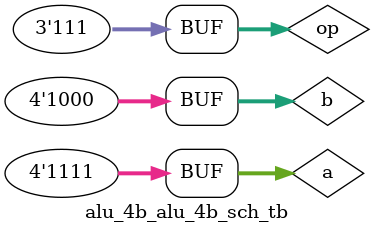
<source format=v>

`timescale 1ns / 1ps

module alu_4b_alu_4b_sch_tb();

// Inputs
   reg [3:0] a;
   reg [3:0] b;
   reg [2:0] op;

// Output
   wire [3:0] r;

// Bidirs

// Instantiate the UUT
   alu_4b UUT (
		.r(r), 
		.a(a), 
		.b(b), 
		.op(op)
   );
// Initialize Inputs
   initial begin
		a = 64'b0000;
		b = 64'b0000;
		op = 64'b000;
		
		#100
		
		//test and//////////
		
		//and 1
		#1
		if(r == 64'b0000)
			$display("pass and 1");
		else
			$display("FAIL and 1");
		
		
		//and 2
		a = 64'b0101;
		b = 64'b1010;
		
		#1
		if(r == 64'b0000)
			$display("pass and 2");
		else
			$display("FAIL and 2");
		
		
		//and 3
		a = 64'b1100;
		b = 64'b1100;
		
		#1
		if(r == 64'b1100)
			$display("pass and 3");
		else
			$display("FAIL and 3");
		
		
		//and 4
		a = 64'b1110;
		b = 64'b1101;
		
		#1
		if(r == 64'b1100)
			$display("pass and 4");
		else
			$display("FAIL and 4");
		
		
		//test or//////////
		a = 64'b0000;
		b = 64'b0000;
		op = 64'b001;
		
		//or 1
		#1
		if(r == 64'b0000)
			$display("pass or 1");
		else
			$display("FAIL or 1");
		
		
		//or 2
		a = 64'b1111;
		
		#1
		if(r == 64'b1111)
			$display("pass or 2");
		else
			$display("FAIL or 2");
		
		
		//or 3
		a = 64'b1000;
		b = 64'b0010;
		
		#1
		if(r == 64'b1010)
			$display("pass or 3");
		else
			$display("FAIL or 3");
		
		
		//or 4
		a = 64'b1100;
		b = 64'b0011;
		
		#1
		if(r == 64'b1111)
			$display("pass or 4");
		else
			$display("FAIL or 4");
		
		
		//test add//////////
		a = 64'b0000;
		b = 64'b0000;
		op = 64'b010;
		
		//add 1
		#1
		if(r == 64'b0000)
			$display("pass add 1");
		else
			$display("FAIL add 1");
		
		
		//add 2
		a = 64'b0001;
		b = 64'b0001;
		
		#1
		if(r == 64'b0010)
			$display("pass add 2");
		else
			$display("FAIL add 2");
		
		
		//add 3
		a = 64'b0110;
		b = 64'b0011;
		
		#1
		if(r == 64'b1001)
			$display("pass add 3");
		else
			$display("FAIL add 3");
		
		
		//add 4
		a = 64'b1111;
		b = 64'b0001;
		
		#1
		if(r == 64'b0000)
			$display("pass add 4");
		else
			$display("FAIL add 4");
		
		
		//test subtract//////////
		a = 64'b0000;
		b = 64'b0000;
		op = 3'b110;
		
		//sub 1
		#1
		if(r == 64'b0000)
			$display("pass sub 1");
		else
			$display("FAIL sub 1");
			
		//sub 2
		a = 64'b1111;
		b = 64'b1111;
		
		#1
		if(r == 64'b0000)
			$display("pass sub 2");
		else
			$display("FAIL sub 2");
			
		//sub 3
		a = 64'b1100;
		b = 64'b0011;
		
		#1
		if(r == 64'b1001)
			$display("pass sub 3");
		else
			$display("FAIL sub 3");
			
		//sub 4
		a = 64'b1001;
		b = 64'b0110;
		
		#1
		if(r == 64'b0011)
			$display("pass sub 4");
		else
			$display("FAIL sub 4");
			
		//sub 5
		a = 64'b0000;
		b = 64'b0001;
		
		#1
		if(r == 64'b1111)
			$display("pass sub 5");
		else
			$display("FAIL sub 5");
			
		//Test Less Than//////////
		a = 64'b0000;
		b = 64'b0000;
		op = 64'b111;
		
		//less 1
		
		#1
		if(r == 64'b0000)
			$display("pass less 1");
		else
			$display("FAIL less 1");
			
		//less 2
		a = 64'b0111;
		b = 64'b0011;
		
		#1
		if(r == 64'b0000)
			$display("pass less 2");
		else
			$display("FAIL less 2");
			
		//less 3
		a = 64'b0011;
		b = 64'b0111;
		
		#1
		if(r == 64'b0001)
			$display("pass less 3");
		else
			$display("FAIL less 3");
			
		//less 4
		a = 64'b1111;
		b = 64'b1000;
		
		#1
		if(r == 64'b0000)
			$display("pass less 4");
		else
			$display("FAIL less 4");
		
		
		
		
		
		
	end	
endmodule

</source>
